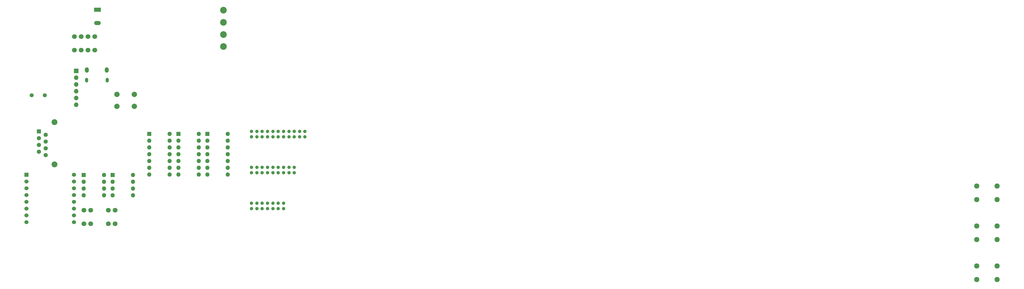
<source format=gbr>
%TF.GenerationSoftware,KiCad,Pcbnew,7.0.1*%
%TF.CreationDate,2023-09-18T22:16:33+09:00*%
%TF.ProjectId,LaunchController,4c61756e-6368-4436-9f6e-74726f6c6c65,rev?*%
%TF.SameCoordinates,Original*%
%TF.FileFunction,Copper,L2,Bot*%
%TF.FilePolarity,Positive*%
%FSLAX46Y46*%
G04 Gerber Fmt 4.6, Leading zero omitted, Abs format (unit mm)*
G04 Created by KiCad (PCBNEW 7.0.1) date 2023-09-18 22:16:33*
%MOMM*%
%LPD*%
G01*
G04 APERTURE LIST*
G04 Aperture macros list*
%AMRoundRect*
0 Rectangle with rounded corners*
0 $1 Rounding radius*
0 $2 $3 $4 $5 $6 $7 $8 $9 X,Y pos of 4 corners*
0 Add a 4 corners polygon primitive as box body*
4,1,4,$2,$3,$4,$5,$6,$7,$8,$9,$2,$3,0*
0 Add four circle primitives for the rounded corners*
1,1,$1+$1,$2,$3*
1,1,$1+$1,$4,$5*
1,1,$1+$1,$6,$7*
1,1,$1+$1,$8,$9*
0 Add four rect primitives between the rounded corners*
20,1,$1+$1,$2,$3,$4,$5,0*
20,1,$1+$1,$4,$5,$6,$7,0*
20,1,$1+$1,$6,$7,$8,$9,0*
20,1,$1+$1,$8,$9,$2,$3,0*%
G04 Aperture macros list end*
%TA.AperFunction,ComponentPad*%
%ADD10C,2.500000*%
%TD*%
%TA.AperFunction,ComponentPad*%
%ADD11R,1.600000X1.600000*%
%TD*%
%TA.AperFunction,ComponentPad*%
%ADD12O,1.600000X1.600000*%
%TD*%
%TA.AperFunction,ComponentPad*%
%ADD13C,1.800000*%
%TD*%
%TA.AperFunction,ComponentPad*%
%ADD14C,1.950000*%
%TD*%
%TA.AperFunction,ComponentPad*%
%ADD15C,1.500000*%
%TD*%
%TA.AperFunction,ComponentPad*%
%ADD16R,2.500000X1.500000*%
%TD*%
%TA.AperFunction,ComponentPad*%
%ADD17O,2.500000X1.500000*%
%TD*%
%TA.AperFunction,ComponentPad*%
%ADD18C,1.300000*%
%TD*%
%TA.AperFunction,ComponentPad*%
%ADD19RoundRect,0.248000X0.552000X-0.552000X0.552000X0.552000X-0.552000X0.552000X-0.552000X-0.552000X0*%
%TD*%
%TA.AperFunction,ComponentPad*%
%ADD20C,1.600000*%
%TD*%
%TA.AperFunction,ComponentPad*%
%ADD21C,2.200000*%
%TD*%
%TA.AperFunction,ComponentPad*%
%ADD22O,1.150000X1.800000*%
%TD*%
%TA.AperFunction,ComponentPad*%
%ADD23O,1.450000X2.000000*%
%TD*%
%TA.AperFunction,ComponentPad*%
%ADD24R,1.530000X1.530000*%
%TD*%
%TA.AperFunction,ComponentPad*%
%ADD25C,1.530000*%
%TD*%
%TA.AperFunction,ComponentPad*%
%ADD26C,2.000000*%
%TD*%
%TA.AperFunction,ComponentPad*%
%ADD27R,1.700000X1.700000*%
%TD*%
%TA.AperFunction,ComponentPad*%
%ADD28O,1.700000X1.700000*%
%TD*%
G04 APERTURE END LIST*
D10*
%TO.P,TP2,1,1*%
%TO.N,LED_12V*%
X-142500000Y41850000D03*
%TD*%
D11*
%TO.P,U8,1,RO*%
%TO.N,UART1_RX*%
X-183970000Y-15380000D03*
D12*
%TO.P,U8,2,~{RE}*%
%TO.N,CTL_RS485_DERE*%
X-183970000Y-17920000D03*
%TO.P,U8,3,DE*%
X-183970000Y-20460000D03*
%TO.P,U8,4,DI*%
%TO.N,UART1_TX*%
X-183970000Y-23000000D03*
%TO.P,U8,5,GND*%
%TO.N,GND*%
X-176350000Y-23000000D03*
%TO.P,U8,6,A*%
%TO.N,Net-(U8-A)*%
X-176350000Y-20460000D03*
%TO.P,U8,7,B*%
%TO.N,Net-(U8-B)*%
X-176350000Y-17920000D03*
%TO.P,U8,8,VCC*%
%TO.N,LED_5V*%
X-176350000Y-15380000D03*
%TD*%
D10*
%TO.P,TP3,1,1*%
%TO.N,LED_5V*%
X-142500000Y37300000D03*
%TD*%
D13*
%TO.P,J12,1,Pin_1*%
%TO.N,Net-(J12-Pin_1)*%
X-183040000Y-28630000D03*
X-183040000Y-33710000D03*
%TO.P,J12,2,Pin_2*%
%TO.N,Net-(J12-Pin_2)*%
X-185580000Y-28630000D03*
X-185580000Y-33710000D03*
%TD*%
D14*
%TO.P,J5,1,Pin_1*%
%TO.N,GND*%
X139530000Y-39600000D03*
X147150000Y-39600000D03*
%TO.P,J5,2,Pin_2*%
%TO.N,TO_CONVERTER*%
X139530000Y-34520000D03*
X147150000Y-34520000D03*
%TD*%
D15*
%TO.P,Y1,1,1*%
%TO.N,Net-(U2-XTAL2)*%
X-214290000Y14450000D03*
%TO.P,Y1,2,2*%
%TO.N,Net-(U2-XTAL1)*%
X-209410000Y14450000D03*
%TD*%
D16*
%TO.P,C4,1*%
%TO.N,LED_5V*%
X-189690000Y46615000D03*
D17*
%TO.P,C4,2*%
%TO.N,GND*%
X-189690000Y41615000D03*
%TD*%
D13*
%TO.P,J10,1,Pin_1*%
%TO.N,GND*%
X-192230000Y-28630000D03*
X-192230000Y-33710000D03*
%TO.P,J10,2,Pin_2*%
%TO.N,Net-(J10-Pin_2)*%
X-194770000Y-28630000D03*
X-194770000Y-33710000D03*
%TD*%
D18*
%TO.P,J8,1,Pin_1*%
%TO.N,GND*%
X-132000000Y900000D03*
%TO.P,J8,2,Pin_2*%
%TO.N,LED_FB_PURGE*%
X-132000000Y-1100000D03*
%TO.P,J8,3,Pin_3*%
%TO.N,LED_FB_CLOSE*%
X-130000000Y900000D03*
%TO.P,J8,4,Pin_4*%
%TO.N,LED_FB_OPEN*%
X-130000000Y-1100000D03*
%TO.P,J8,5,Pin_5*%
%TO.N,LED_FB_IGNITOR*%
X-128000000Y900000D03*
%TO.P,J8,6,Pin_6*%
%TO.N,LED_FB_O2*%
X-128000000Y-1100000D03*
%TO.P,J8,7,Pin_7*%
%TO.N,LED_FB_DUMP*%
X-126000000Y900000D03*
%TO.P,J8,8,Pin_8*%
%TO.N,LED_FB_FILL*%
X-126000000Y-1100000D03*
%TO.P,J8,9,Pin_9*%
%TO.N,LED_FB_SHIFT*%
X-124000000Y900000D03*
%TO.P,J8,10,Pin_10*%
%TO.N,LED_PURGE*%
X-124000000Y-1100000D03*
%TO.P,J8,11,Pin_11*%
%TO.N,LED_CLOSE*%
X-122000000Y900000D03*
%TO.P,J8,12,Pin_12*%
%TO.N,LED_OPEN*%
X-122000000Y-1100000D03*
%TO.P,J8,13,Pin_13*%
%TO.N,LED_IGNITOR*%
X-120000000Y900000D03*
%TO.P,J8,14,Pin_14*%
%TO.N,LED_O2*%
X-120000000Y-1100000D03*
%TO.P,J8,15,Pin_15*%
%TO.N,LED_DUMP*%
X-118000000Y900000D03*
%TO.P,J8,16,Pin_16*%
%TO.N,LED_FILL*%
X-118000000Y-1100000D03*
%TO.P,J8,17,Pin_17*%
%TO.N,LED_SHIFT*%
X-116000000Y900000D03*
%TO.P,J8,18,Pin_18*%
%TO.N,LED_EMERGENCY*%
X-116000000Y-1100000D03*
%TO.P,J8,19,Pin_19*%
%TO.N,LED_SEQUENCE*%
X-114000000Y900000D03*
%TO.P,J8,20,Pin_20*%
%TO.N,LED_SAFTEY*%
X-114000000Y-1100000D03*
%TO.P,J8,21,Pin_21*%
%TO.N,LED_POWER*%
X-112000000Y900000D03*
%TO.P,J8,22,Pin_22*%
%TO.N,LED_5V*%
X-112000000Y-1100000D03*
%TD*%
D11*
%TO.P,U9,1*%
%TO.N,Net-(R49-Pad2)*%
X-170250000Y50000D03*
D12*
%TO.P,U9,2*%
%TO.N,CTL_RUN*%
X-170250000Y-2490000D03*
%TO.P,U9,3*%
%TO.N,Net-(R51-Pad2)*%
X-170250000Y-5030000D03*
%TO.P,U9,4*%
%TO.N,CTL_KILL*%
X-170250000Y-7570000D03*
%TO.P,U9,5*%
%TO.N,Net-(R53-Pad2)*%
X-170250000Y-10110000D03*
%TO.P,U9,6*%
%TO.N,CTL_SAFETY*%
X-170250000Y-12650000D03*
%TO.P,U9,7,GND*%
%TO.N,GND*%
X-170250000Y-15190000D03*
%TO.P,U9,8*%
%TO.N,CTL_SEQUENCE_START*%
X-162630000Y-15190000D03*
%TO.P,U9,9*%
%TO.N,Net-(R55-Pad2)*%
X-162630000Y-12650000D03*
%TO.P,U9,10*%
%TO.N,CTL_EMERGENCY_STOP*%
X-162630000Y-10110000D03*
%TO.P,U9,11*%
%TO.N,Net-(R57-Pad2)*%
X-162630000Y-7570000D03*
%TO.P,U9,12*%
%TO.N,CTL_CONFIRM_1*%
X-162630000Y-5030000D03*
%TO.P,U9,13*%
%TO.N,Net-(R59-Pad2)*%
X-162630000Y-2490000D03*
%TO.P,U9,14,VCC*%
%TO.N,LED_5V*%
X-162630000Y50000D03*
%TD*%
D11*
%TO.P,U11,1*%
%TO.N,Net-(R56-Pad2)*%
X-148550000Y50000D03*
D12*
%TO.P,U11,2*%
%TO.N,CTL_O2*%
X-148550000Y-2490000D03*
%TO.P,U11,3*%
%TO.N,Net-(R58-Pad2)*%
X-148550000Y-5030000D03*
%TO.P,U11,4*%
%TO.N,CTL_IGNITOR*%
X-148550000Y-7570000D03*
%TO.P,U11,5*%
%TO.N,Net-(R60-Pad2)*%
X-148550000Y-10110000D03*
%TO.P,U11,6*%
%TO.N,CTL_OPEN*%
X-148550000Y-12650000D03*
%TO.P,U11,7,GND*%
%TO.N,GND*%
X-148550000Y-15190000D03*
%TO.P,U11,8*%
%TO.N,CTL_CLOSE*%
X-140930000Y-15190000D03*
%TO.P,U11,9*%
%TO.N,Net-(R62-Pad2)*%
X-140930000Y-12650000D03*
%TO.P,U11,10*%
%TO.N,CTL_PURGE*%
X-140930000Y-10110000D03*
%TO.P,U11,11*%
%TO.N,Net-(R64-Pad2)*%
X-140930000Y-7570000D03*
%TO.P,U11,12*%
%TO.N,unconnected-(U11-Pad12)*%
X-140930000Y-5030000D03*
%TO.P,U11,13*%
%TO.N,Net-(R66-Pad2)*%
X-140930000Y-2490000D03*
%TO.P,U11,14,VCC*%
%TO.N,LED_5V*%
X-140930000Y50000D03*
%TD*%
D11*
%TO.P,U10,1*%
%TO.N,Net-(R61-Pad2)*%
X-159400000Y50000D03*
D12*
%TO.P,U10,2*%
%TO.N,CTL_CONFIRM_2*%
X-159400000Y-2490000D03*
%TO.P,U10,3*%
%TO.N,Net-(R63-Pad2)*%
X-159400000Y-5030000D03*
%TO.P,U10,4*%
%TO.N,CTL_CONFIRM_3*%
X-159400000Y-7570000D03*
%TO.P,U10,5*%
%TO.N,Net-(R65-Pad2)*%
X-159400000Y-10110000D03*
%TO.P,U10,6*%
%TO.N,CTL_RESET*%
X-159400000Y-12650000D03*
%TO.P,U10,7,GND*%
%TO.N,GND*%
X-159400000Y-15190000D03*
%TO.P,U10,8*%
%TO.N,CTL_SHIFT*%
X-151780000Y-15190000D03*
%TO.P,U10,9*%
%TO.N,Net-(R50-Pad2)*%
X-151780000Y-12650000D03*
%TO.P,U10,10*%
%TO.N,CTL_FILL*%
X-151780000Y-10110000D03*
%TO.P,U10,11*%
%TO.N,Net-(R52-Pad2)*%
X-151780000Y-7570000D03*
%TO.P,U10,12*%
%TO.N,CTL_DUMP*%
X-151780000Y-5030000D03*
%TO.P,U10,13*%
%TO.N,Net-(R54-Pad2)*%
X-151780000Y-2490000D03*
%TO.P,U10,14,VCC*%
%TO.N,LED_5V*%
X-151780000Y50000D03*
%TD*%
D11*
%TO.P,U7,1,A0*%
%TO.N,GND*%
X-194820000Y-15380000D03*
D12*
%TO.P,U7,2,A1*%
X-194820000Y-17920000D03*
%TO.P,U7,3,A2*%
X-194820000Y-20460000D03*
%TO.P,U7,4,GND*%
X-194820000Y-23000000D03*
%TO.P,U7,5,SDA*%
%TO.N,I2C_SDA*%
X-187200000Y-23000000D03*
%TO.P,U7,6,SCL*%
%TO.N,I2C_SCL*%
X-187200000Y-20460000D03*
%TO.P,U7,7,WP*%
%TO.N,GND*%
X-187200000Y-17920000D03*
%TO.P,U7,8,VCC*%
%TO.N,LED_5V*%
X-187200000Y-15380000D03*
%TD*%
D13*
%TO.P,J2,1,Pin_1*%
%TO.N,GND*%
X-190670000Y36520000D03*
X-190670000Y31440000D03*
%TO.P,J2,2,Pin_2*%
%TO.N,USB_D+*%
X-193210000Y36520000D03*
X-193210000Y31440000D03*
%TO.P,J2,3,Pin_3*%
%TO.N,USB_D-*%
X-195750000Y36520000D03*
X-195750000Y31440000D03*
%TO.P,J2,4,Pin_4*%
%TO.N,USB_VBUS*%
X-198290000Y36520000D03*
X-198290000Y31440000D03*
%TD*%
D18*
%TO.P,J7,1,Pin_1*%
%TO.N,GND*%
X-132000000Y-26000000D03*
%TO.P,J7,2,Pin_2*%
%TO.N,CONN_LED_LOW_VOLTAGE*%
X-132000000Y-28000000D03*
%TO.P,J7,3,Pin_3*%
%TO.N,CONN_LED_CAUTION*%
X-130000000Y-26000000D03*
%TO.P,J7,4,Pin_4*%
%TO.N,CONN_LED_RS485_TX*%
X-130000000Y-28000000D03*
%TO.P,J7,5,Pin_5*%
%TO.N,CONN_LED_RS485_RX*%
X-128000000Y-26000000D03*
%TO.P,J7,6,Pin_6*%
%TO.N,CONN_LED_USB_RX*%
X-128000000Y-28000000D03*
%TO.P,J7,7,Pin_7*%
%TO.N,CONN_LED_USB_TX*%
X-126000000Y-26000000D03*
%TO.P,J7,8,Pin_8*%
%TO.N,CONN_LED_TASK*%
X-126000000Y-28000000D03*
%TO.P,J7,9,Pin_9*%
%TO.N,CONN_LED_COM*%
X-124000000Y-26000000D03*
%TO.P,J7,10,Pin_10*%
%TO.N,CONN_LED_5V*%
X-124000000Y-28000000D03*
%TO.P,J7,11,Pin_11*%
%TO.N,CONN_LED_12V*%
X-122000000Y-26000000D03*
%TO.P,J7,12,Pin_12*%
%TO.N,CONN_LED_INPUT*%
X-122000000Y-28000000D03*
%TO.P,J7,13,Pin_13*%
%TO.N,SW_RESET*%
X-120000000Y-26000000D03*
%TO.P,J7,14,Pin_14*%
%TO.N,LED_5V*%
X-120000000Y-28000000D03*
%TD*%
D19*
%TO.P,J11,1*%
%TO.N,GND*%
X-211600000Y940000D03*
D20*
%TO.P,J11,2*%
X-209060000Y-330000D03*
%TO.P,J11,3*%
X-211600000Y-1600000D03*
%TO.P,J11,4*%
%TO.N,Net-(U8-B)*%
X-209060000Y-2870000D03*
%TO.P,J11,5*%
%TO.N,Net-(U8-A)*%
X-211600000Y-4140000D03*
%TO.P,J11,6*%
%TO.N,GND*%
X-209060000Y-5410000D03*
%TO.P,J11,7*%
X-211600000Y-6680000D03*
%TO.P,J11,8*%
X-209060000Y-7950000D03*
D21*
%TO.P,J11,SH*%
X-205760000Y4395000D03*
X-205760000Y-11405000D03*
%TD*%
D14*
%TO.P,J6,1,Pin_1*%
%TO.N,GND*%
X139530000Y-54600000D03*
X147150000Y-54600000D03*
%TO.P,J6,2,Pin_2*%
%TO.N,FROM_CONVERTER*%
X139530000Y-49520000D03*
X147150000Y-49520000D03*
%TD*%
D22*
%TO.P,J3,6,Shield*%
%TO.N,GND*%
X-193775000Y20130000D03*
D23*
X-193625000Y23930000D03*
X-186175000Y23930000D03*
D22*
X-186025000Y20130000D03*
%TD*%
D24*
%TO.P,U6,1,VCC*%
%TO.N,LED_5V*%
X-216270000Y-15350000D03*
D25*
%TO.P,U6,2,RX*%
%TO.N,UART2_TX*%
X-216270000Y-17890000D03*
%TO.P,U6,3,TX*%
%TO.N,UART2_RX*%
X-216270000Y-20430000D03*
%TO.P,U6,4,DAC_R*%
%TO.N,unconnected-(U6-DAC_R-Pad4)*%
X-216270000Y-22970000D03*
%TO.P,U6,5,DAC_L*%
%TO.N,Net-(J10-Pin_2)*%
X-216270000Y-25510000D03*
%TO.P,U6,6,SPK2*%
%TO.N,Net-(J12-Pin_2)*%
X-216270000Y-28050000D03*
%TO.P,U6,7,GND*%
%TO.N,GND*%
X-216270000Y-30590000D03*
%TO.P,U6,8,SPK1*%
%TO.N,Net-(J12-Pin_1)*%
X-216270000Y-33130000D03*
%TO.P,U6,9,IO1*%
%TO.N,unconnected-(U6-IO1-Pad9)*%
X-198490000Y-15350000D03*
%TO.P,U6,10,GND*%
%TO.N,GND*%
X-198490000Y-17890000D03*
%TO.P,U6,11,IO2*%
%TO.N,unconnected-(U6-IO2-Pad11)*%
X-198490000Y-20430000D03*
%TO.P,U6,12,ADKEY1*%
%TO.N,unconnected-(U6-ADKEY1-Pad12)*%
X-198490000Y-22970000D03*
%TO.P,U6,13,ADKEY2*%
%TO.N,unconnected-(U6-ADKEY2-Pad13)*%
X-198490000Y-25510000D03*
%TO.P,U6,14,USB+*%
%TO.N,unconnected-(U6-USB+-Pad14)*%
X-198490000Y-28050000D03*
%TO.P,U6,15,USB-*%
%TO.N,unconnected-(U6-USB--Pad15)*%
X-198490000Y-30590000D03*
%TO.P,U6,16,BUSY*%
%TO.N,unconnected-(U6-BUSY-Pad16)*%
X-198490000Y-33130000D03*
%TD*%
D26*
%TO.P,SW1,1,1*%
%TO.N,GND*%
X-182400000Y14820000D03*
X-175900000Y14820000D03*
%TO.P,SW1,2,2*%
%TO.N,SW_RESET*%
X-182400000Y10320000D03*
X-175900000Y10320000D03*
%TD*%
D14*
%TO.P,J4,1,Pin_1*%
%TO.N,GND*%
X139530000Y-24600000D03*
X147150000Y-24600000D03*
%TO.P,J4,2,Pin_2*%
%TO.N,LED_INPUT*%
X139530000Y-19520000D03*
X147150000Y-19520000D03*
%TD*%
D27*
%TO.P,J1,1,Pin_1*%
%TO.N,SPI_MISO*%
X-197640000Y23620000D03*
D28*
%TO.P,J1,2,Pin_2*%
%TO.N,LED_5V*%
X-197640000Y21080000D03*
%TO.P,J1,3,Pin_3*%
%TO.N,SPI_SCK*%
X-197640000Y18540000D03*
%TO.P,J1,4,Pin_4*%
%TO.N,SPI_MOSI*%
X-197640000Y16000000D03*
%TO.P,J1,5,Pin_5*%
%TO.N,CTL_RESET*%
X-197640000Y13460000D03*
%TO.P,J1,6,Pin_6*%
%TO.N,GND*%
X-197640000Y10920000D03*
%TD*%
D10*
%TO.P,TP1,1,1*%
%TO.N,LED_INPUT*%
X-142500000Y46400000D03*
%TD*%
%TO.P,TP4,1,1*%
%TO.N,GND*%
X-142500000Y32750000D03*
%TD*%
D18*
%TO.P,J9,1,Pin_1*%
%TO.N,GND*%
X-132000000Y-12550000D03*
%TO.P,J9,2,Pin_2*%
%TO.N,SW_PURGE*%
X-132000000Y-14550000D03*
%TO.P,J9,3,Pin_3*%
%TO.N,SW_CLOSE*%
X-130000000Y-12550000D03*
%TO.P,J9,4,Pin_4*%
%TO.N,SW_OPEN*%
X-130000000Y-14550000D03*
%TO.P,J9,5,Pin_5*%
%TO.N,SW_IGNITOR*%
X-128000000Y-12550000D03*
%TO.P,J9,6,Pin_6*%
%TO.N,SW_O2*%
X-128000000Y-14550000D03*
%TO.P,J9,7,Pin_7*%
%TO.N,SW_DUMP*%
X-126000000Y-12550000D03*
%TO.P,J9,8,Pin_8*%
%TO.N,SW_FILL*%
X-126000000Y-14550000D03*
%TO.P,J9,9,Pin_9*%
%TO.N,SW_SHIFT*%
X-124000000Y-12550000D03*
%TO.P,J9,10,Pin_10*%
%TO.N,SW_CONFIRM_3*%
X-124000000Y-14550000D03*
%TO.P,J9,11,Pin_11*%
%TO.N,SW_CONFIRM_2*%
X-122000000Y-12550000D03*
%TO.P,J9,12,Pin_12*%
%TO.N,SW_CONFIRM_1*%
X-122000000Y-14550000D03*
%TO.P,J9,13,Pin_13*%
%TO.N,SW_EMERGENCY_STOP*%
X-120000000Y-12550000D03*
%TO.P,J9,14,Pin_14*%
%TO.N,SW_SEQUENCE_START*%
X-120000000Y-14550000D03*
%TO.P,J9,15,Pin_15*%
%TO.N,SW_SAFETY*%
X-118000000Y-12550000D03*
%TO.P,J9,16,Pin_16*%
%TO.N,SW_KILL*%
X-118000000Y-14550000D03*
%TO.P,J9,17,Pin_17*%
%TO.N,SW_RUN*%
X-116000000Y-12550000D03*
%TO.P,J9,18,Pin_18*%
%TO.N,LED_5V*%
X-116000000Y-14550000D03*
%TD*%
M02*

</source>
